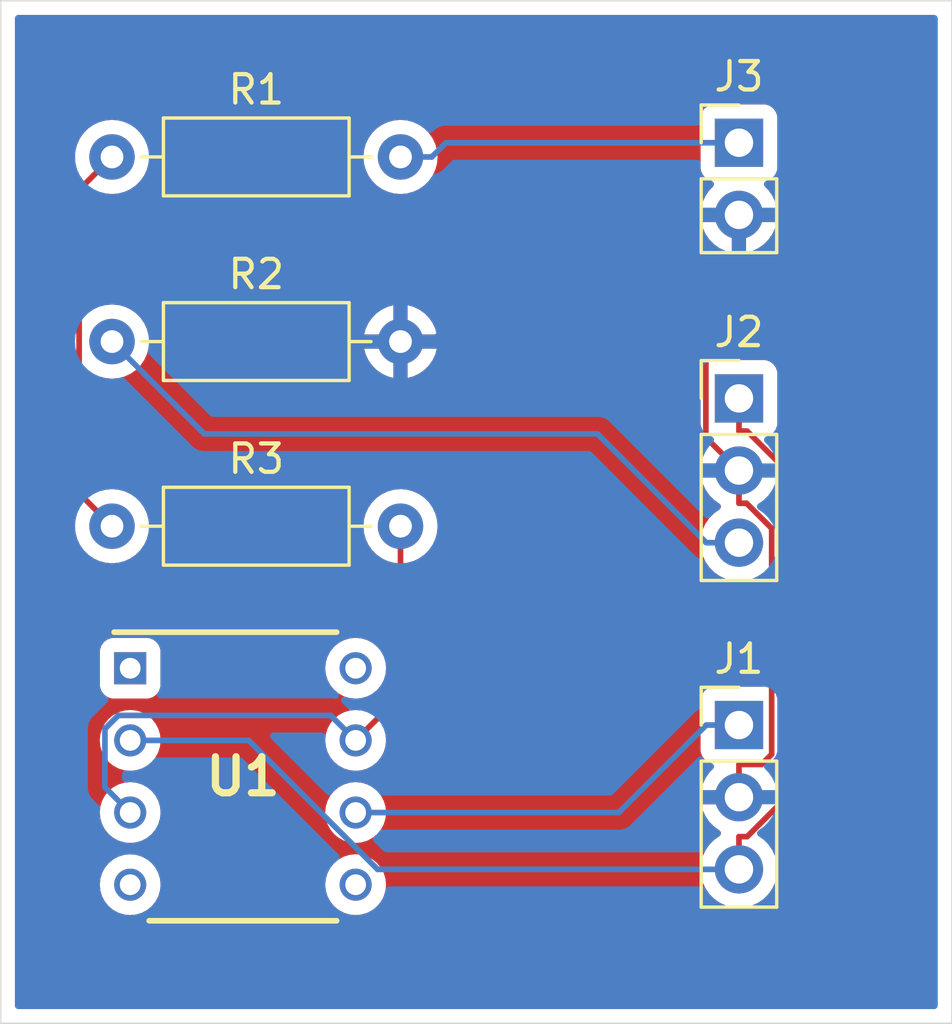
<source format=kicad_pcb>
(kicad_pcb (version 20240108) (generator "pcbnew") (generator_version "8.0")
  (layers (0 "F.Cu" signal) (31 "B.Cu" signal) (34 "B.Paste" user) (35 "F.Paste" user) (36 "B.SilkS" user "B.Silkscreen") (37 "F.SilkS" user "F.Silkscreen") (38 "B.Mask" user) (39 "F.Mask" user) (44 "Edge.Cuts" user))
  (net 0 "")
  (net 1 "Net-(J1-Pin_3)")
  (net 2 "Earth")
  (net 3 "Net-(J1-Pin_1)")
  (net 4 "Net-(J2-Pin_3)")
  (net 5 "Net-(J3-Pin_1)")
  (net 6 "Net-(R1-Pad1)")
  (net 7 "Net-(U1-+)")
  (footprint "CONN_3:PinHeader_1x03_P2.54mm_Vertical" (layer "F.Cu") (at 160.5 93)
    (property "Reference" "J1" (at 0 -2.33 0) (layer "F.SilkS"))
    (property "Value" "Laser Diode")
    (fp_line (start -1.33 -1.33) (end 0 -1.33) (stroke (width 0.12)) (layer "F.SilkS"))
    (fp_line (start -1.33 0) (end -1.33 -1.33) (stroke (width 0.12)) (layer "F.SilkS"))
    (fp_line (start -1.33 1.27) (end -1.33 6.41) (stroke (width 0.12)) (layer "F.SilkS"))
    (fp_line (start -1.33 1.27) (end 1.33 1.27) (stroke (width 0.12)) (layer "F.SilkS"))
    (fp_line (start -1.33 6.41) (end 1.33 6.41) (stroke (width 0.12)) (layer "F.SilkS"))
    (fp_line (start 1.33 1.27) (end 1.33 6.41) (stroke (width 0.12)) (layer "F.SilkS"))
    (pad "1" thru_hole rect (at 0 0) (size 1.7 1.7) (drill 1) (layers "*.Cu" "*.Mask") (net 3 "Net-(J1-Pin_1)"))
    (pad "2" thru_hole oval (at 0 2.54) (size 1.7 1.7) (drill 1) (layers "*.Cu" "*.Mask") (net 2 "Earth"))
    (pad "3" thru_hole oval (at 0 5.08) (size 1.7 1.7) (drill 1) (layers "*.Cu" "*.Mask") (net 1 "Net-(J1-Pin_3)"))
  )
  (footprint "Resistor_THT:R_Axial_DIN0207_L6.3mm_D2.5mm_P10.16mm_Horizontal" (layer "F.Cu") (at 138.42 86)
    (property "Reference" "R3" (at 5.08 -2.37 0) (layer "F.SilkS"))
    (property "Value" "R")
    (fp_line (start 1.04 0) (end 1.81 0) (stroke (width 0.12)) (layer "F.SilkS"))
    (fp_line (start 1.81 -1.37) (end 1.81 1.37) (stroke (width 0.12)) (layer "F.SilkS"))
    (fp_line (start 1.81 1.37) (end 8.35 1.37) (stroke (width 0.12)) (layer "F.SilkS"))
    (fp_line (start 8.35 -1.37) (end 1.81 -1.37) (stroke (width 0.12)) (layer "F.SilkS"))
    (fp_line (start 8.35 1.37) (end 8.35 -1.37) (stroke (width 0.12)) (layer "F.SilkS"))
    (fp_line (start 9.12 0) (end 8.35 0) (stroke (width 0.12)) (layer "F.SilkS"))
    (pad "1" thru_hole circle (at 0 0) (size 1.6 1.6) (drill 0.8) (layers "*.Cu" "*.Mask") (net 6 "Net-(R1-Pad1)"))
    (pad "2" thru_hole oval (at 10.16 0) (size 1.6 1.6) (drill 0.8) (layers "*.Cu" "*.Mask") (net 7 "Net-(U1-+)"))
  )
  (footprint "Resistor_THT:R_Axial_DIN0207_L6.3mm_D2.5mm_P10.16mm_Horizontal" (layer "F.Cu") (at 138.42 79.5)
    (property "Reference" "R2" (at 5.08 -2.37 0) (layer "F.SilkS"))
    (property "Value" "R")
    (fp_line (start 1.04 0) (end 1.81 0) (stroke (width 0.12)) (layer "F.SilkS"))
    (fp_line (start 1.81 -1.37) (end 1.81 1.37) (stroke (width 0.12)) (layer "F.SilkS"))
    (fp_line (start 1.81 1.37) (end 8.35 1.37) (stroke (width 0.12)) (layer "F.SilkS"))
    (fp_line (start 8.35 -1.37) (end 1.81 -1.37) (stroke (width 0.12)) (layer "F.SilkS"))
    (fp_line (start 8.35 1.37) (end 8.35 -1.37) (stroke (width 0.12)) (layer "F.SilkS"))
    (fp_line (start 9.12 0) (end 8.35 0) (stroke (width 0.12)) (layer "F.SilkS"))
    (pad "1" thru_hole circle (at 0 0) (size 1.6 1.6) (drill 0.8) (layers "*.Cu" "*.Mask") (net 4 "Net-(J2-Pin_3)"))
    (pad "2" thru_hole oval (at 10.16 0) (size 1.6 1.6) (drill 0.8) (layers "*.Cu" "*.Mask") (net 2 "Earth"))
  )
  (footprint "CONN_3:PinHeader_1x03_P2.54mm_Vertical" (layer "F.Cu") (at 160.5 81.5)
    (property "Reference" "J2" (at 0 -2.33 0) (layer "F.SilkS"))
    (property "Value" "POT")
    (fp_line (start -1.33 -1.33) (end 0 -1.33) (stroke (width 0.12)) (layer "F.SilkS"))
    (fp_line (start -1.33 0) (end -1.33 -1.33) (stroke (width 0.12)) (layer "F.SilkS"))
    (fp_line (start -1.33 1.27) (end -1.33 6.41) (stroke (width 0.12)) (layer "F.SilkS"))
    (fp_line (start -1.33 1.27) (end 1.33 1.27) (stroke (width 0.12)) (layer "F.SilkS"))
    (fp_line (start -1.33 6.41) (end 1.33 6.41) (stroke (width 0.12)) (layer "F.SilkS"))
    (fp_line (start 1.33 1.27) (end 1.33 6.41) (stroke (width 0.12)) (layer "F.SilkS"))
    (pad "1" thru_hole rect (at 0 0) (size 1.7 1.7) (drill 1) (layers "*.Cu" "*.Mask") (net 1 "Net-(J1-Pin_3)"))
    (pad "2" thru_hole oval (at 0 2.54) (size 1.7 1.7) (drill 1) (layers "*.Cu" "*.Mask") (net 2 "Earth"))
    (pad "3" thru_hole oval (at 0 5.08) (size 1.7 1.7) (drill 1) (layers "*.Cu" "*.Mask") (net 4 "Net-(J2-Pin_3)"))
  )
  (footprint "Resistor_THT:R_Axial_DIN0207_L6.3mm_D2.5mm_P10.16mm_Horizontal" (layer "F.Cu") (at 138.42 73)
    (property "Reference" "R1" (at 5.08 -2.37 0) (layer "F.SilkS"))
    (property "Value" "R")
    (fp_line (start 1.04 0) (end 1.81 0) (stroke (width 0.12)) (layer "F.SilkS"))
    (fp_line (start 1.81 -1.37) (end 1.81 1.37) (stroke (width 0.12)) (layer "F.SilkS"))
    (fp_line (start 1.81 1.37) (end 8.35 1.37) (stroke (width 0.12)) (layer "F.SilkS"))
    (fp_line (start 8.35 -1.37) (end 1.81 -1.37) (stroke (width 0.12)) (layer "F.SilkS"))
    (fp_line (start 8.35 1.37) (end 8.35 -1.37) (stroke (width 0.12)) (layer "F.SilkS"))
    (fp_line (start 9.12 0) (end 8.35 0) (stroke (width 0.12)) (layer "F.SilkS"))
    (pad "1" thru_hole circle (at 0 0) (size 1.6 1.6) (drill 0.8) (layers "*.Cu" "*.Mask") (net 6 "Net-(R1-Pad1)"))
    (pad "2" thru_hole oval (at 10.16 0) (size 1.6 1.6) (drill 0.8) (layers "*.Cu" "*.Mask") (net 5 "Net-(J3-Pin_1)"))
  )
  (footprint "CONN_3:PinHeader_1x02_P2.54mm_Vertical" (layer "F.Cu") (at 160.5 72.5)
    (property "Reference" "J3" (at 0 -2.33 0) (layer "F.SilkS"))
    (property "Value" "Conn_01x02_Pin")
    (fp_line (start -1.33 -1.33) (end 0 -1.33) (stroke (width 0.12)) (layer "F.SilkS"))
    (fp_line (start -1.33 0) (end -1.33 -1.33) (stroke (width 0.12)) (layer "F.SilkS"))
    (fp_line (start -1.33 1.27) (end -1.33 3.87) (stroke (width 0.12)) (layer "F.SilkS"))
    (fp_line (start -1.33 1.27) (end 1.33 1.27) (stroke (width 0.12)) (layer "F.SilkS"))
    (fp_line (start -1.33 3.87) (end 1.33 3.87) (stroke (width 0.12)) (layer "F.SilkS"))
    (fp_line (start 1.33 1.27) (end 1.33 3.87) (stroke (width 0.12)) (layer "F.SilkS"))
    (pad "1" thru_hole rect (at 0 0) (size 1.7 1.7) (drill 1) (layers "*.Cu" "*.Mask") (net 5 "Net-(J3-Pin_1)"))
    (pad "2" thru_hole oval (at 0 2.54) (size 1.7 1.7) (drill 1) (layers "*.Cu" "*.Mask") (net 2 "Earth"))
  )
  (footprint "CONN_3:DIP794W53P254L959H508Q8N" (layer "F.Cu") (at 143.03 94.81)
    (property "Reference" "U1" (at 0 0 0) (layer "F.SilkS") (effects (font (size 1.27 1.27) (thickness 0.254))))
    (property "Value" "LF356" (hide yes))
    (fp_line (start -4.535 -5.08) (end 3.3 -5.08) (stroke (width 0.2)) (layer "F.SilkS"))
    (fp_line (start -3.3 5.08) (end 3.3 5.08) (stroke (width 0.2)) (layer "F.SilkS"))
    (pad "1" thru_hole rect (at -3.97 -3.81) (size 1.13 1.13) (drill 0.73) (layers "*.Cu" "*.Mask"))
    (pad "2" thru_hole circle (at -3.97 -1.27) (size 1.13 1.13) (drill 0.73) (layers "*.Cu" "*.Mask") (net 1 "Net-(J1-Pin_3)"))
    (pad "3" thru_hole circle (at -3.97 1.27) (size 1.13 1.13) (drill 0.73) (layers "*.Cu" "*.Mask") (net 7 "Net-(U1-+)"))
    (pad "4" thru_hole circle (at -3.97 3.81) (size 1.13 1.13) (drill 0.73) (layers "*.Cu" "*.Mask"))
    (pad "5" thru_hole circle (at 3.97 3.81) (size 1.13 1.13) (drill 0.73) (layers "*.Cu" "*.Mask"))
    (pad "6" thru_hole circle (at 3.97 1.27) (size 1.13 1.13) (drill 0.73) (layers "*.Cu" "*.Mask") (net 3 "Net-(J1-Pin_1)"))
    (pad "7" thru_hole circle (at 3.97 -1.27) (size 1.13 1.13) (drill 0.73) (layers "*.Cu" "*.Mask") (net 7 "Net-(U1-+)"))
    (pad "8" thru_hole circle (at 3.97 -3.81) (size 1.13 1.13) (drill 0.73) (layers "*.Cu" "*.Mask"))
  )
  (gr_rect (start 134.5 67.5) (end 168 103.5) (stroke (width 0.05)) (fill none) (layer "Edge.Cuts"))
  (segment (start 160.788 96.9283) (end 162.053 95.6628) (width 0.2) (layer "F.Cu") (net 1))
  (segment (start 162.053 83.9171) (end 160.788 82.6517) (width 0.2) (layer "F.Cu") (net 1))
  (segment (start 160.5 82.6517) (end 160.5 81.5) (width 0.2) (layer "F.Cu") (net 1))
  (segment (start 162.053 95.6628) (end 162.053 83.9171) (width 0.2) (layer "F.Cu") (net 1))
  (segment (start 160.788 82.6517) (end 160.5 82.6517) (width 0.2) (layer "F.Cu") (net 1))
  (segment (start 160.5 98.08) (end 160.5 96.9283) (width 0.2) (layer "F.Cu") (net 1))
  (segment (start 160.5 96.9283) (end 160.788 96.9283) (width 0.2) (layer "F.Cu") (net 1))
  (segment (start 143.233 93.54) (end 147.773 98.08) (width 0.2) (layer "B.Cu") (net 1))
  (segment (start 139.06 93.54) (end 143.233 93.54) (width 0.2) (layer "B.Cu") (net 1))
  (segment (start 147.773 98.08) (end 160.5 98.08) (width 0.2) (layer "B.Cu") (net 1))
  (segment (start 160.5 94.3883) (end 160.5 95.54) (width 0.2) (layer "F.Cu") (net 2))
  (segment (start 160.5 75.04) (end 160.5 76.1917) (width 0.2) (layer "F.Cu") (net 2))
  (segment (start 160.5 76.1917) (end 159.335 77.3563) (width 0.2) (layer "F.Cu") (net 2))
  (segment (start 159.335 82.8754) (end 160.5 84.04) (width 0.2) (layer "F.Cu") (net 2))
  (segment (start 160.768 85.1917) (end 161.652 86.0749) (width 0.2) (layer "F.Cu") (net 2))
  (segment (start 160.5 84.04) (end 160.5 85.1917) (width 0.2) (layer "F.Cu") (net 2))
  (segment (start 161.652 94.0284) (end 161.292 94.3883) (width 0.2) (layer "F.Cu") (net 2))
  (segment (start 161.292 94.3883) (end 160.5 94.3883) (width 0.2) (layer "F.Cu") (net 2))
  (segment (start 160.5 85.1917) (end 160.768 85.1917) (width 0.2) (layer "F.Cu") (net 2))
  (segment (start 159.335 77.3563) (end 159.335 82.8754) (width 0.2) (layer "F.Cu") (net 2))
  (segment (start 161.652 86.0749) (end 161.652 94.0284) (width 0.2) (layer "F.Cu") (net 2))
  (segment (start 154.142 75.04) (end 160.5 75.04) (width 0.2) (layer "B.Cu") (net 2))
  (segment (start 148.58 79.5) (end 149.682 79.5) (width 0.2) (layer "B.Cu") (net 2))
  (segment (start 149.682 79.5) (end 154.142 75.04) (width 0.2) (layer "B.Cu") (net 2))
  (segment (start 160.5 93) (end 159.348 93) (width 0.2) (layer "B.Cu") (net 3))
  (segment (start 159.348 93) (end 156.268 96.08) (width 0.2) (layer "B.Cu") (net 3))
  (segment (start 156.268 96.08) (end 147 96.08) (width 0.2) (layer "B.Cu") (net 3))
  (segment (start 155.518 82.75) (end 141.67 82.75) (width 0.2) (layer "B.Cu") (net 4))
  (segment (start 160.5 86.58) (end 159.348 86.58) (width 0.2) (layer "B.Cu") (net 4))
  (segment (start 141.67 82.75) (end 138.42 79.5) (width 0.2) (layer "B.Cu") (net 4))
  (segment (start 159.348 86.58) (end 155.518 82.75) (width 0.2) (layer "B.Cu") (net 4))
  (segment (start 150.182 72.5) (end 160.5 72.5) (width 0.2) (layer "B.Cu") (net 5))
  (segment (start 148.58 73) (end 149.682 73) (width 0.2) (layer "B.Cu") (net 5))
  (segment (start 149.682 73) (end 150.182 72.5) (width 0.2) (layer "B.Cu") (net 5))
  (segment (start 137.262 84.842) (end 138.42 86) (width 0.2) (layer "F.Cu") (net 6))
  (segment (start 138.42 73) (end 137.262 74.158) (width 0.2) (layer "F.Cu") (net 6))
  (segment (start 137.262 74.158) (end 137.262 84.842) (width 0.2) (layer "F.Cu") (net 6))
  (segment (start 148.58 91.96) (end 147 93.54) (width 0.2) (layer "F.Cu") (net 7))
  (segment (start 148.58 86) (end 148.58 91.96) (width 0.2) (layer "F.Cu") (net 7))
  (segment (start 146.121 92.6611) (end 138.64 92.6611) (width 0.2) (layer "B.Cu") (net 7))
  (segment (start 138.17 93.1317) (end 138.17 95.1895) (width 0.2) (layer "B.Cu") (net 7))
  (segment (start 147 93.54) (end 146.121 92.6611) (width 0.2) (layer "B.Cu") (net 7))
  (segment (start 138.17 95.1895) (end 139.06 96.08) (width 0.2) (layer "B.Cu") (net 7))
  (segment (start 138.64 92.6611) (end 138.17 93.1317) (width 0.2) (layer "B.Cu") (net 7))
  (zone (net 2) (net_name "Earth") (layer "F.Cu") (connect_pads (clearance 0.5)) (min_thickness 0.25) (fill yes (thermal_gap 0.5) (thermal_bridge_width 0.5))
    (polygon (pts (xy 134.5 67.5) (xy 168 67.5) (xy 168 103.5) (xy 134.5 103.5)))
  )
  (zone (net 2) (net_name "Earth") (layer "B.Cu") (priority 1) (connect_pads (clearance 0.5)) (min_thickness 0.25) (fill yes (thermal_gap 0.5) (thermal_bridge_width 0.5))
    (polygon (pts (xy 134.5 67.5) (xy 168 67.5) (xy 168 103.5) (xy 134.5 103.5)))
  )
)
</source>
